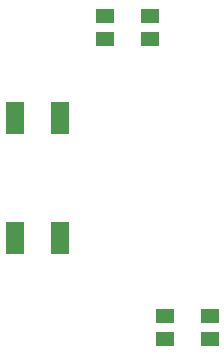
<source format=gbr>
G04 EAGLE Gerber X2 export*
%TF.Part,Single*%
%TF.FileFunction,Paste,Bot*%
%TF.FilePolarity,Positive*%
%TF.GenerationSoftware,Autodesk,EAGLE,8.6.1*%
%TF.CreationDate,2018-02-11T16:27:46Z*%
G75*
%MOMM*%
%FSLAX34Y34*%
%LPD*%
%AMOC8*
5,1,8,0,0,1.08239X$1,22.5*%
G01*
%ADD10R,1.500000X1.300000*%
%ADD11R,1.600000X2.800000*%


D10*
X95250Y619100D03*
X95250Y600100D03*
X133350Y619100D03*
X133350Y600100D03*
X82550Y854100D03*
X82550Y873100D03*
X44450Y854100D03*
X44450Y873100D03*
D11*
X-31700Y787400D03*
X6300Y787400D03*
X-31700Y685800D03*
X6300Y685800D03*
M02*

</source>
